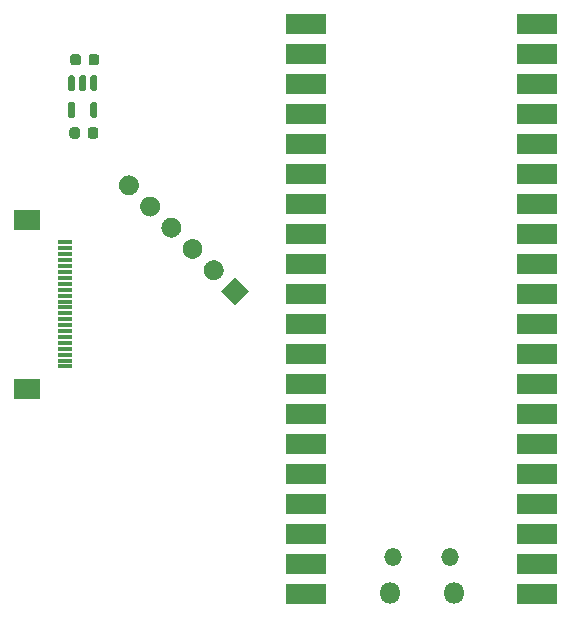
<source format=gbr>
G04 #@! TF.GenerationSoftware,KiCad,Pcbnew,(6.0.9)*
G04 #@! TF.CreationDate,2024-07-14T21:11:06-07:00*
G04 #@! TF.ProjectId,AccArray_PICO,41636341-7272-4617-995f-5049434f2e6b,rev?*
G04 #@! TF.SameCoordinates,Original*
G04 #@! TF.FileFunction,Soldermask,Top*
G04 #@! TF.FilePolarity,Negative*
%FSLAX46Y46*%
G04 Gerber Fmt 4.6, Leading zero omitted, Abs format (unit mm)*
G04 Created by KiCad (PCBNEW (6.0.9)) date 2024-07-14 21:11:06*
%MOMM*%
%LPD*%
G01*
G04 APERTURE LIST*
%ADD10R,1.300000X0.300000*%
%ADD11R,2.200000X1.800000*%
%ADD12O,1.800000X1.800000*%
%ADD13O,1.500000X1.500000*%
%ADD14R,3.500000X1.700000*%
G04 APERTURE END LIST*
G04 #@! TO.C,J2*
G36*
G01*
X139212887Y-82110805D02*
X139212887Y-82110805D01*
G75*
G02*
X139212887Y-83312887I-601041J-601041D01*
G01*
X139212887Y-83312887D01*
G75*
G02*
X138010805Y-83312887I-601041J601041D01*
G01*
X138010805Y-83312887D01*
G75*
G02*
X138010805Y-82110805I601041J601041D01*
G01*
X138010805Y-82110805D01*
G75*
G02*
X139212887Y-82110805I601041J-601041D01*
G01*
G37*
G36*
G01*
X141008938Y-83906856D02*
X141008938Y-83906856D01*
G75*
G02*
X141008938Y-85108938I-601041J-601041D01*
G01*
X141008938Y-85108938D01*
G75*
G02*
X139806856Y-85108938I-601041J601041D01*
G01*
X139806856Y-85108938D01*
G75*
G02*
X139806856Y-83906856I601041J601041D01*
G01*
X139806856Y-83906856D01*
G75*
G02*
X141008938Y-83906856I601041J-601041D01*
G01*
G37*
G36*
G01*
X142804989Y-85702907D02*
X142804989Y-85702907D01*
G75*
G02*
X142804989Y-86904989I-601041J-601041D01*
G01*
X142804989Y-86904989D01*
G75*
G02*
X141602907Y-86904989I-601041J601041D01*
G01*
X141602907Y-86904989D01*
G75*
G02*
X141602907Y-85702907I601041J601041D01*
G01*
X141602907Y-85702907D01*
G75*
G02*
X142804989Y-85702907I601041J-601041D01*
G01*
G37*
G36*
G01*
X144601041Y-87498959D02*
X144601041Y-87498959D01*
G75*
G02*
X144601041Y-88701041I-601041J-601041D01*
G01*
X144601041Y-88701041D01*
G75*
G02*
X143398959Y-88701041I-601041J601041D01*
G01*
X143398959Y-88701041D01*
G75*
G02*
X143398959Y-87498959I601041J601041D01*
G01*
X143398959Y-87498959D01*
G75*
G02*
X144601041Y-87498959I601041J-601041D01*
G01*
G37*
G36*
G01*
X146397092Y-89295010D02*
X146397092Y-89295010D01*
G75*
G02*
X146397092Y-90497092I-601041J-601041D01*
G01*
X146397092Y-90497092D01*
G75*
G02*
X145195010Y-90497092I-601041J601041D01*
G01*
X145195010Y-90497092D01*
G75*
G02*
X145195010Y-89295010I601041J601041D01*
G01*
X145195010Y-89295010D01*
G75*
G02*
X146397092Y-89295010I601041J-601041D01*
G01*
G37*
G36*
X147592102Y-90490020D02*
G01*
X148794184Y-91692102D01*
X147592102Y-92894184D01*
X146390020Y-91692102D01*
X147592102Y-90490020D01*
G37*
G04 #@! TD*
D10*
G04 #@! TO.C,J1*
X133200000Y-87550000D03*
X133200000Y-88050000D03*
X133200000Y-88550000D03*
X133200000Y-89050000D03*
X133200000Y-89550000D03*
X133200000Y-90050000D03*
X133200000Y-90550000D03*
X133200000Y-91050000D03*
X133200000Y-91550000D03*
X133200000Y-92050000D03*
X133200000Y-92550000D03*
X133200000Y-93050000D03*
X133200000Y-93550000D03*
X133200000Y-94050000D03*
X133200000Y-94550000D03*
X133200000Y-95050000D03*
X133200000Y-95550000D03*
X133200000Y-96050000D03*
X133200000Y-96550000D03*
X133200000Y-97050000D03*
X133200000Y-97550000D03*
X133200000Y-98050000D03*
D11*
X129950000Y-85650000D03*
X129950000Y-99950000D03*
G04 #@! TD*
G04 #@! TO.C,U2*
G36*
G01*
X135500000Y-73400000D02*
X135800000Y-73400000D01*
G75*
G02*
X135950000Y-73550000I0J-150000D01*
G01*
X135950000Y-74575000D01*
G75*
G02*
X135800000Y-74725000I-150000J0D01*
G01*
X135500000Y-74725000D01*
G75*
G02*
X135350000Y-74575000I0J150000D01*
G01*
X135350000Y-73550000D01*
G75*
G02*
X135500000Y-73400000I150000J0D01*
G01*
G37*
G36*
G01*
X134550000Y-73400000D02*
X134850000Y-73400000D01*
G75*
G02*
X135000000Y-73550000I0J-150000D01*
G01*
X135000000Y-74575000D01*
G75*
G02*
X134850000Y-74725000I-150000J0D01*
G01*
X134550000Y-74725000D01*
G75*
G02*
X134400000Y-74575000I0J150000D01*
G01*
X134400000Y-73550000D01*
G75*
G02*
X134550000Y-73400000I150000J0D01*
G01*
G37*
G36*
G01*
X133600000Y-73400000D02*
X133900000Y-73400000D01*
G75*
G02*
X134050000Y-73550000I0J-150000D01*
G01*
X134050000Y-74575000D01*
G75*
G02*
X133900000Y-74725000I-150000J0D01*
G01*
X133600000Y-74725000D01*
G75*
G02*
X133450000Y-74575000I0J150000D01*
G01*
X133450000Y-73550000D01*
G75*
G02*
X133600000Y-73400000I150000J0D01*
G01*
G37*
G36*
G01*
X133600000Y-75675000D02*
X133900000Y-75675000D01*
G75*
G02*
X134050000Y-75825000I0J-150000D01*
G01*
X134050000Y-76850000D01*
G75*
G02*
X133900000Y-77000000I-150000J0D01*
G01*
X133600000Y-77000000D01*
G75*
G02*
X133450000Y-76850000I0J150000D01*
G01*
X133450000Y-75825000D01*
G75*
G02*
X133600000Y-75675000I150000J0D01*
G01*
G37*
G36*
G01*
X135500000Y-75675000D02*
X135800000Y-75675000D01*
G75*
G02*
X135950000Y-75825000I0J-150000D01*
G01*
X135950000Y-76850000D01*
G75*
G02*
X135800000Y-77000000I-150000J0D01*
G01*
X135500000Y-77000000D01*
G75*
G02*
X135350000Y-76850000I0J150000D01*
G01*
X135350000Y-75825000D01*
G75*
G02*
X135500000Y-75675000I150000J0D01*
G01*
G37*
G04 #@! TD*
G04 #@! TO.C,C2*
G36*
G01*
X136025000Y-78030000D02*
X136025000Y-78530000D01*
G75*
G02*
X135800000Y-78755000I-225000J0D01*
G01*
X135350000Y-78755000D01*
G75*
G02*
X135125000Y-78530000I0J225000D01*
G01*
X135125000Y-78030000D01*
G75*
G02*
X135350000Y-77805000I225000J0D01*
G01*
X135800000Y-77805000D01*
G75*
G02*
X136025000Y-78030000I0J-225000D01*
G01*
G37*
G36*
G01*
X134475000Y-78030000D02*
X134475000Y-78530000D01*
G75*
G02*
X134250000Y-78755000I-225000J0D01*
G01*
X133800000Y-78755000D01*
G75*
G02*
X133575000Y-78530000I0J225000D01*
G01*
X133575000Y-78030000D01*
G75*
G02*
X133800000Y-77805000I225000J0D01*
G01*
X134250000Y-77805000D01*
G75*
G02*
X134475000Y-78030000I0J-225000D01*
G01*
G37*
G04 #@! TD*
G04 #@! TO.C,C1*
G36*
G01*
X133645000Y-72330000D02*
X133645000Y-71830000D01*
G75*
G02*
X133870000Y-71605000I225000J0D01*
G01*
X134320000Y-71605000D01*
G75*
G02*
X134545000Y-71830000I0J-225000D01*
G01*
X134545000Y-72330000D01*
G75*
G02*
X134320000Y-72555000I-225000J0D01*
G01*
X133870000Y-72555000D01*
G75*
G02*
X133645000Y-72330000I0J225000D01*
G01*
G37*
G36*
G01*
X135195000Y-72330000D02*
X135195000Y-71830000D01*
G75*
G02*
X135420000Y-71605000I225000J0D01*
G01*
X135870000Y-71605000D01*
G75*
G02*
X136095000Y-71830000I0J-225000D01*
G01*
X136095000Y-72330000D01*
G75*
G02*
X135870000Y-72555000I-225000J0D01*
G01*
X135420000Y-72555000D01*
G75*
G02*
X135195000Y-72330000I0J225000D01*
G01*
G37*
G04 #@! TD*
D12*
G04 #@! TO.C,U1*
X160675000Y-117200000D03*
D13*
X160975000Y-114170000D03*
X165825000Y-114170000D03*
D12*
X166125000Y-117200000D03*
D14*
X173190000Y-117330000D03*
X173190000Y-114790000D03*
X173190000Y-112250000D03*
X173190000Y-109710000D03*
X173190000Y-107170000D03*
X173190000Y-104630000D03*
X173190000Y-102090000D03*
X173190000Y-99550000D03*
X173190000Y-97010000D03*
X173190000Y-94470000D03*
X173190000Y-91930000D03*
X173190000Y-89390000D03*
X173190000Y-86850000D03*
X173190000Y-84310000D03*
X173190000Y-81770000D03*
X173190000Y-79230000D03*
X173190000Y-76690000D03*
X173190000Y-74150000D03*
X173190000Y-71610000D03*
X173190000Y-69070000D03*
X153610000Y-69070000D03*
X153610000Y-71610000D03*
X153610000Y-74150000D03*
X153610000Y-76690000D03*
X153610000Y-79230000D03*
X153610000Y-81770000D03*
X153610000Y-84310000D03*
X153610000Y-86850000D03*
X153610000Y-89390000D03*
X153610000Y-91930000D03*
X153610000Y-94470000D03*
X153610000Y-97010000D03*
X153610000Y-99550000D03*
X153610000Y-102090000D03*
X153610000Y-104630000D03*
X153610000Y-107170000D03*
X153610000Y-109710000D03*
X153610000Y-112250000D03*
X153610000Y-114790000D03*
X153610000Y-117330000D03*
G04 #@! TD*
M02*

</source>
